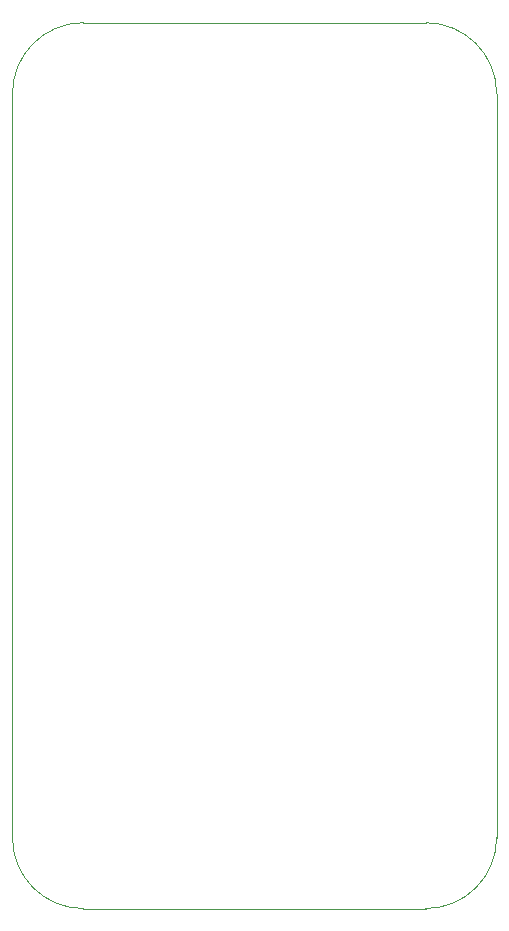
<source format=gbr>
%TF.GenerationSoftware,KiCad,Pcbnew,9.0.0*%
%TF.CreationDate,2025-03-04T00:13:22-08:00*%
%TF.ProjectId,NanoProgrammers,4e616e6f-5072-46f6-9772-616d6d657273,rev?*%
%TF.SameCoordinates,Original*%
%TF.FileFunction,Profile,NP*%
%FSLAX46Y46*%
G04 Gerber Fmt 4.6, Leading zero omitted, Abs format (unit mm)*
G04 Created by KiCad (PCBNEW 9.0.0) date 2025-03-04 00:13:22*
%MOMM*%
%LPD*%
G01*
G04 APERTURE LIST*
%TA.AperFunction,Profile*%
%ADD10C,0.050000*%
%TD*%
G04 APERTURE END LIST*
D10*
X131000000Y-120000000D02*
X102000000Y-120000000D01*
X96000000Y-114000000D02*
X96000000Y-51000000D01*
X131000000Y-45000000D02*
G75*
G02*
X137000000Y-51000000I0J-6000000D01*
G01*
X137000000Y-51000000D02*
X137000000Y-114000000D01*
X96000000Y-51000000D02*
G75*
G02*
X102000000Y-45000000I6000000J0D01*
G01*
X102000000Y-45000000D02*
X131000000Y-45000000D01*
X137000000Y-114000000D02*
G75*
G02*
X131000000Y-120000000I-6000000J0D01*
G01*
X102000000Y-120000000D02*
G75*
G02*
X96000000Y-114000000I0J6000000D01*
G01*
M02*

</source>
